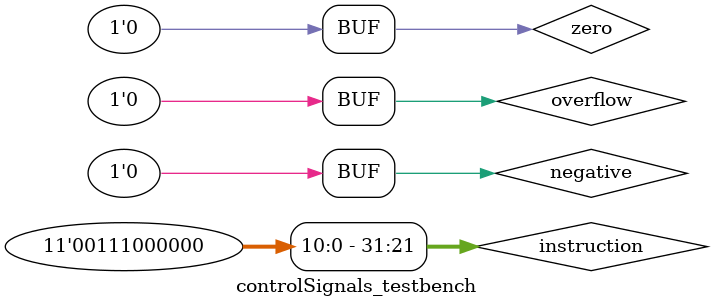
<source format=sv>
module controlSignals(instruction, Reg2Loc, ALUSrc, MemToReg, RegWrite, MemWrite,
                      BrTaken, UncondBr, ALUOp, read_en,
                      movz, movk, setFlag, addi, isLDURB, xfer_size,
                      zero, negative, overflow);
    input  logic [31:0] instruction;
    input  logic zero, negative, overflow;
    output logic Reg2Loc,
                 ALUSrc,
                 MemToReg,
                 RegWrite,
                 MemWrite,
                 BrTaken,
                 UncondBr,
                 read_en,
                 movz,
                 movk,
                 setFlag,
                 addi,
                 isLDURB;
    output logic [2:0] ALUOp;
    output logic [3:0] xfer_size;

    parameter [10:0] ADDI  = 11'b1001000100x,
                     ADDS  = 11'b10101011000,
                     B     = 11'b000101xxxxx,
                     B_LT  = 11'b01010100xxx,
                     CBZ   = 11'b10110100xxx,
                     LDUR  = 11'b11111000010,
                     LDURB = 11'b00111000010,
                     MOVK  = 11'b111100101xx,
                     MOVZ  = 11'b110100101xx,
                     STUR  = 11'b11111000000,
                     STURB = 11'b00111000000,
                     SUBS  = 11'b11101011000;

    always_comb begin
        casex(instruction[31:21])
            ADDI:
                begin
                    Reg2Loc  = 1'bx;
                    ALUSrc   = 1'b1;
                    MemToReg = 1'b0;
                    RegWrite = 1'b1;
                    MemWrite = 1'b0;
                    BrTaken  = 1'b0;
                    UncondBr = 1'bx;
                    ALUOp    = 3'b010;
                    read_en  = 1'b0;
                    movz     = 1'b0;
                    movk     = 1'b0;
                    setFlag  = 1'b0;
                    addi     = 1'b1;
                    isLDURB  = 1'b0;
                    xfer_size = 4'bxxxx;
                end

            ADDS:
                begin
                    Reg2Loc  = 1'b1;
                    ALUSrc   = 1'b0;
                    MemToReg = 1'b0;
                    RegWrite = 1'b1;
                    MemWrite = 1'b0;
                    BrTaken  = 1'b0;
                    UncondBr = 1'bx;
                    ALUOp    = 3'b010;
                    read_en  = 1'b0;
                    movz     = 1'b0;
                    movk     = 1'b0;
                    setFlag  = 1'b1;
                    addi     = 1'b0;
                    isLDURB  = 1'b0;
                    xfer_size = 4'bxxxx;
                end

            B:
                begin
                    Reg2Loc  = 1'bx;
                    ALUSrc   = 1'bx;
                    MemToReg = 1'bx;
                    RegWrite = 1'b0;
                    MemWrite = 1'b0;
                    BrTaken  = 1'b1;
                    UncondBr = 1'b1;
                    ALUOp    = 3'bxxx;
                    read_en  = 1'b0;
                    movz     = 1'b0;
                    movk     = 1'b0;
                    setFlag  = 1'b0;
                    addi     = 1'b0;
                    isLDURB  = 1'b0;
                    xfer_size = 4'bxxxx;
                end

            B_LT:
                begin
                    Reg2Loc  = 1'bx;
                    ALUSrc   = 1'bx;
                    MemToReg = 1'bx;
                    RegWrite = 1'b0;
                    MemWrite = 1'b0;
                    BrTaken  = negative ^ overflow;
                    UncondBr = 1'b0;
                    ALUOp    = 3'bxxx;
                    read_en  = 1'b0;
                    movz     = 1'b0;
                    movk     = 1'b0;
                    setFlag  = 1'b0;
                    addi     = 1'b0;
                    isLDURB  = 1'b0;
                    xfer_size = 4'bxxxx;
                end

            CBZ:
                begin
                    Reg2Loc  = 1'b0;
                    ALUSrc   = 1'b0;
                    MemToReg = 1'bx;
                    RegWrite = 1'b0;
                    MemWrite = 1'b0;
                    BrTaken  = zero;
                    UncondBr = 1'b0;
                    ALUOp    = 3'b000;
                    read_en  = 1'b0;
                    movz     = 1'b0;
                    movk     = 1'b0;
                    setFlag  = 1'b0;
                    addi     = 1'b0;
                    isLDURB  = 1'b0;
                    xfer_size = 4'bxxxx;
                end

            LDUR:
                begin
                    Reg2Loc  = 1'bx;
                    ALUSrc   = 1'b1;
                    MemToReg = 1'b1;
                    RegWrite = 1'b1;
                    MemWrite = 1'b0;
                    BrTaken  = 1'b0;
                    UncondBr = 1'bx;
                    ALUOp    = 3'b010;
                    read_en  = 1'b1;
                    movz     = 1'b0;
                    movk     = 1'b0;
                    setFlag  = 1'b0;
                    addi     = 1'b0;
                    isLDURB  = 1'b0;
                    xfer_size = 4'b1000;
                end

            LDURB:
                begin
                    Reg2Loc  = 1'bx;
                    ALUSrc   = 1'b1;
                    MemToReg = 1'b1;
                    RegWrite = 1'b1;
                    MemWrite = 1'b0;
                    BrTaken  = 1'b0;
                    UncondBr = 1'bx;
                    ALUOp    = 3'b010;
                    read_en  = 1'b1;
                    movz     = 1'b0;
                    movk     = 1'b0;
                    setFlag  = 1'b0;
                    addi     = 1'b0;
                    isLDURB  = 1'b1;
                    xfer_size = 4'b0001;
                end

            MOVK:
                begin
                    Reg2Loc  = 1'b0;
                    ALUSrc   = 1'b1;
                    MemToReg = 1'b0;
                    RegWrite = 1'b1;
                    MemWrite = 1'b0;
                    BrTaken  = 1'b0;
                    UncondBr = 1'bx;
                    ALUOp    = 3'b000;
                    read_en  = 1'b0;
                    movz     = 1'b0;
                    movk     = 1'b1;
                    setFlag  = 1'b0;
                    addi     = 1'bx;
                    isLDURB  = 1'b0;
                    xfer_size = 4'bxxxx;
                end

            MOVZ:
                begin
                    Reg2Loc  = 1'b0;
                    ALUSrc   = 1'b1;
                    MemToReg = 1'b0;
                    RegWrite = 1'b1;
                    MemWrite = 1'b0;
                    BrTaken  = 1'b0;
                    UncondBr = 1'bx;
                    ALUOp    = 3'b000;
                    read_en  = 1'b0;
                    movz     = 1'b1;
                    movk     = 1'b0;
                    setFlag  = 1'b0;
                    addi     = 1'bx;
                    isLDURB  = 1'b0;
                    xfer_size = 4'bxxxx;
                end

            STUR:
                begin
                    Reg2Loc  = 1'b0;
                    ALUSrc   = 1'b1;
                    MemToReg = 1'bx;
                    RegWrite = 1'b0;
                    MemWrite = 1'b1;
                    BrTaken  = 1'b0;
                    UncondBr = 1'bx;
                    ALUOp    = 3'b010;
                    read_en  = 1'b0;
                    movz     = 1'b0;
                    movk     = 1'b0;
                    setFlag  = 1'b0;
                    addi     = 1'b0;
                    isLDURB  = 1'b0;
                    xfer_size = 4'b1000;
                end

            STURB:
                begin
                    Reg2Loc  = 1'b0;
                    ALUSrc   = 1'b1;
                    MemToReg = 1'bx;
                    RegWrite = 1'b0;
                    MemWrite = 1'b1;
                    BrTaken  = 1'b0;
                    UncondBr = 1'bx;
                    ALUOp    = 3'b010;
                    read_en  = 1'b0;
                    movz     = 1'b0;
                    movk     = 1'b0;
                    setFlag  = 1'b0;
                    addi     = 1'b0;
                    isLDURB  = 1'b0;
                    xfer_size = 4'b0001;
                end

            SUBS:
                begin
                    Reg2Loc  = 1'b1;
                    ALUSrc   = 1'b0;
                    MemToReg = 1'b0;
                    RegWrite = 1'b1;
                    MemWrite = 1'b0;
                    BrTaken  = 1'b0;
                    UncondBr = 1'bx;
                    ALUOp    = 3'b011;
                    read_en  = 1'b0;
                    movz     = 1'b0;
                    movk     = 1'b0;
                    setFlag  = 1'b1;
                    addi     = 1'bx;
                    isLDURB  = 1'b0;
                    xfer_size = 4'bxxxx;
                end

            default:
                begin
                    Reg2Loc  = 1'bx;
                    ALUSrc   = 1'bx;
                    MemToReg = 1'bx;
                    RegWrite = 1'b0;
                    MemWrite = 1'b0;
                    BrTaken  = 1'bx;
                    UncondBr = 1'bx;
                    ALUOp    = 3'bxxx;
                    read_en  = 1'b0;
                    movz     = 1'b0;
                    movk     = 1'b0;
                    setFlag  = 1'b0;
                    addi     = 1'bx;
                    isLDURB  = 1'b0;
                    xfer_size = 4'bxxxx;
                end
        endcase
    end
endmodule

module controlSignals_testbench();
    logic [31:0] instruction;
    logic zero, negative, overflow;
    logic Reg2Loc,
          ALUSrc,
          MemToReg,
          RegWrite,
          MemWrite,
          BrTaken,
          UncondBr,
          read_en,
          movz,
          movk,
          setFlag,
          addi,
          isLDURB;
    logic [2:0] ALUOp;
    logic [3:0] xfer_size;

    parameter [10:0] ADDI  = 11'b1001000100x,
                     ADDS  = 11'b10101011000,
                     B     = 11'b000101xxxxx,
                     B_LT  = 11'b01010100xxx,
                     CBZ   = 11'b10110100xxx,
                     LDUR  = 11'b11111000010,
                     LDURB = 11'b00111000010,
                     MOVK  = 11'b111100101xx,
                     MOVZ  = 11'b110100101xx,
                     STUR  = 11'b11111000000,
                     STURB = 11'b00111000000,
                     SUBS  = 11'b11001011000;

    controlSignals dut(.instruction, .Reg2Loc, .ALUSrc, .MemToReg, .RegWrite, .MemWrite,
                      .BrTaken, .UncondBr, .ALUOp, .read_en,
                      .movz, .movk, .setFlag, .addi, .isLDURB, .xfer_size,
                      .zero, .negative, .overflow);

    initial begin
        zero = 1'b0;
        negative = 1'b0;
        overflow = 1'b0;
        instruction[31:21] = ADDI;  #500;
        instruction[31:21] = ADDS;  #500;
        instruction[31:21] = B;     #500;
        instruction[31:21] = B_LT;  #500;
        instruction[31:21] = CBZ;   #500;
        instruction[31:21] = LDUR;  #500;
        instruction[31:21] = LDURB; #500;
        instruction[31:21] = STUR;  #500;
        instruction[31:21] = STURB; #500;
    end
endmodule
</source>
